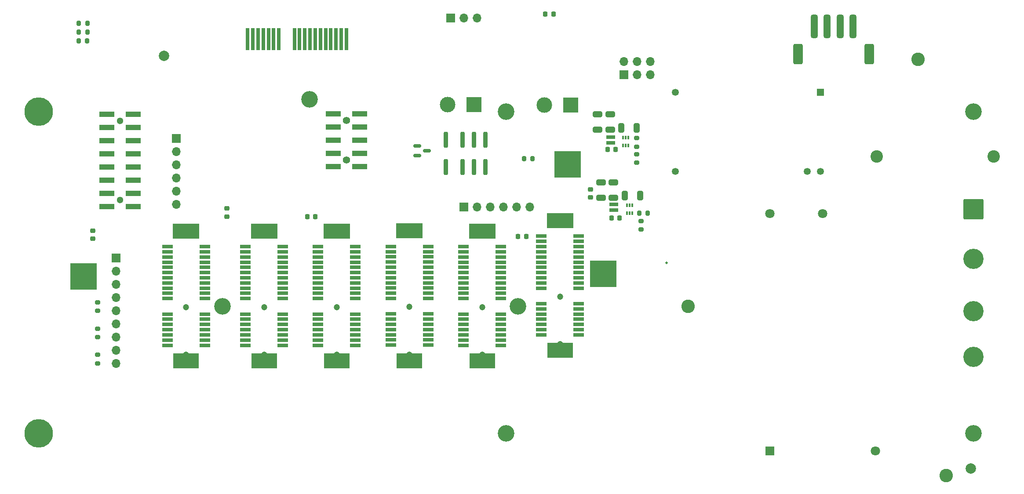
<source format=gbr>
%TF.GenerationSoftware,KiCad,Pcbnew,8.0.4*%
%TF.CreationDate,2024-09-18T10:43:36+01:00*%
%TF.ProjectId,Main_V44,4d61696e-5f56-4343-942e-6b696361645f,rev?*%
%TF.SameCoordinates,Original*%
%TF.FileFunction,Soldermask,Top*%
%TF.FilePolarity,Negative*%
%FSLAX46Y46*%
G04 Gerber Fmt 4.6, Leading zero omitted, Abs format (unit mm)*
G04 Created by KiCad (PCBNEW 8.0.4) date 2024-09-18 10:43:36*
%MOMM*%
%LPD*%
G01*
G04 APERTURE LIST*
G04 Aperture macros list*
%AMRoundRect*
0 Rectangle with rounded corners*
0 $1 Rounding radius*
0 $2 $3 $4 $5 $6 $7 $8 $9 X,Y pos of 4 corners*
0 Add a 4 corners polygon primitive as box body*
4,1,4,$2,$3,$4,$5,$6,$7,$8,$9,$2,$3,0*
0 Add four circle primitives for the rounded corners*
1,1,$1+$1,$2,$3*
1,1,$1+$1,$4,$5*
1,1,$1+$1,$6,$7*
1,1,$1+$1,$8,$9*
0 Add four rect primitives between the rounded corners*
20,1,$1+$1,$2,$3,$4,$5,0*
20,1,$1+$1,$4,$5,$6,$7,0*
20,1,$1+$1,$6,$7,$8,$9,0*
20,1,$1+$1,$8,$9,$2,$3,0*%
G04 Aperture macros list end*
%ADD10R,5.100000X5.100000*%
%ADD11RoundRect,0.225000X0.225000X0.250000X-0.225000X0.250000X-0.225000X-0.250000X0.225000X-0.250000X0*%
%ADD12RoundRect,0.250000X0.325000X0.650000X-0.325000X0.650000X-0.325000X-0.650000X0.325000X-0.650000X0*%
%ADD13R,3.000000X3.000000*%
%ADD14C,3.000000*%
%ADD15C,5.500000*%
%ADD16C,3.600000*%
%ADD17C,1.300000*%
%ADD18R,3.000000X1.000000*%
%ADD19C,1.200000*%
%ADD20R,2.000000X0.700000*%
%ADD21R,5.200000X3.000000*%
%ADD22R,5.000000X3.000000*%
%ADD23RoundRect,0.250000X0.650000X-0.325000X0.650000X0.325000X-0.650000X0.325000X-0.650000X-0.325000X0*%
%ADD24RoundRect,0.250002X-1.699998X-1.699998X1.699998X-1.699998X1.699998X1.699998X-1.699998X1.699998X0*%
%ADD25C,3.900000*%
%ADD26RoundRect,0.200000X0.275000X-0.200000X0.275000X0.200000X-0.275000X0.200000X-0.275000X-0.200000X0*%
%ADD27R,1.700000X1.700000*%
%ADD28O,1.700000X1.700000*%
%ADD29RoundRect,0.200000X-0.200000X-0.275000X0.200000X-0.275000X0.200000X0.275000X-0.200000X0.275000X0*%
%ADD30C,1.400000*%
%ADD31RoundRect,0.325000X-0.325000X-1.925000X0.325000X-1.925000X0.325000X1.925000X-0.325000X1.925000X0*%
%ADD32RoundRect,0.300001X-0.599999X-1.649999X0.599999X-1.649999X0.599999X1.649999X-0.599999X1.649999X0*%
%ADD33R,1.803400X0.711200*%
%ADD34RoundRect,0.225000X0.250000X-0.225000X0.250000X0.225000X-0.250000X0.225000X-0.250000X-0.225000X0*%
%ADD35C,2.600000*%
%ADD36C,3.200000*%
%ADD37RoundRect,0.200000X0.200000X-1.350000X0.200000X1.350000X-0.200000X1.350000X-0.200000X-1.350000X0*%
%ADD38C,2.400000*%
%ADD39C,2.000000*%
%ADD40R,0.340000X0.700000*%
%ADD41R,0.700000X4.300000*%
%ADD42C,0.500000*%
%ADD43RoundRect,0.225000X-0.250000X0.225000X-0.250000X-0.225000X0.250000X-0.225000X0.250000X0.225000X0*%
%ADD44RoundRect,0.200000X-0.275000X0.200000X-0.275000X-0.200000X0.275000X-0.200000X0.275000X0.200000X0*%
%ADD45RoundRect,0.225000X-0.225000X-0.250000X0.225000X-0.250000X0.225000X0.250000X-0.225000X0.250000X0*%
%ADD46R,1.350000X1.350000*%
%ADD47C,1.350000*%
%ADD48R,1.800000X1.800000*%
%ADD49C,1.800000*%
%ADD50RoundRect,0.150000X-0.587500X-0.150000X0.587500X-0.150000X0.587500X0.150000X-0.587500X0.150000X0*%
%ADD51RoundRect,0.200000X0.200000X0.275000X-0.200000X0.275000X-0.200000X-0.275000X0.200000X-0.275000X0*%
G04 APERTURE END LIST*
D10*
%TO.C,J30*%
X112699800Y-35255200D03*
%TD*%
D11*
%TO.C,C56*%
X57300000Y-24200000D03*
X55750000Y-24200000D03*
%TD*%
D12*
%TO.C,C2*%
X119788200Y-20193000D03*
X116838200Y-20193000D03*
%TD*%
D13*
%TO.C,J27*%
X87800000Y-2667000D03*
D14*
X82720000Y-2667000D03*
%TD*%
D15*
%TO.C,H1*%
X4000000Y-4000000D03*
D16*
X4000000Y-4000000D03*
%TD*%
D11*
%TO.C,C58*%
X97879200Y-28067000D03*
X96329200Y-28067000D03*
%TD*%
D17*
%TO.C,J2*%
X19675000Y-5765000D03*
X19675000Y-21005000D03*
D18*
X17155000Y-22275000D03*
X17155000Y-19735000D03*
X17155000Y-17195000D03*
X17155000Y-14655000D03*
X17155000Y-12115000D03*
X17155000Y-9575000D03*
X17155000Y-7035000D03*
X17155000Y-4495000D03*
X22195000Y-22275000D03*
X22195000Y-19735000D03*
X22195000Y-17195000D03*
X22195000Y-14655000D03*
X22195000Y-12115000D03*
X22195000Y-9575000D03*
X22195000Y-7035000D03*
X22195000Y-4495000D03*
%TD*%
D19*
%TO.C,U17*%
X61400000Y-50800000D03*
X61400000Y-41650000D03*
D20*
X65000000Y-30000000D03*
X65000000Y-31000000D03*
X65000000Y-32000000D03*
X65000000Y-33000000D03*
X65000000Y-34000000D03*
X65000000Y-35000000D03*
X65000000Y-36000000D03*
X65000000Y-37000000D03*
X65000000Y-38000000D03*
X65000000Y-39000000D03*
X65000000Y-40000000D03*
X65000000Y-43000000D03*
X65000000Y-44000000D03*
X65000000Y-45000000D03*
X65000000Y-46000000D03*
X65000000Y-47000000D03*
X65000000Y-48000000D03*
X65000000Y-49000000D03*
X57800000Y-30000000D03*
X57800000Y-31000000D03*
X57800000Y-32000000D03*
X57800000Y-33000000D03*
X57800000Y-34000000D03*
X57800000Y-35000000D03*
X57800000Y-36000000D03*
X57800000Y-37000000D03*
X57800000Y-38000000D03*
X57800000Y-39000000D03*
X57800000Y-40000000D03*
X57800000Y-43000000D03*
X57800000Y-44000000D03*
X57800000Y-45000000D03*
X57800000Y-46000000D03*
X57800000Y-47000000D03*
X57800000Y-48000000D03*
X57800000Y-49000000D03*
D21*
X61400000Y-27000000D03*
D22*
X61400000Y-52000000D03*
%TD*%
D23*
%TO.C,C13*%
X114071400Y-7444000D03*
X114071400Y-4494000D03*
%TD*%
D24*
%TO.C,J23*%
X184000000Y-22800000D03*
%TD*%
D25*
%TO.C,J26*%
X184000000Y-51260000D03*
%TD*%
D26*
%TO.C,R49*%
X15367000Y-42354000D03*
X15367000Y-40704000D03*
%TD*%
D10*
%TO.C,J29*%
X105867200Y-14147800D03*
%TD*%
D27*
%TO.C,J5*%
X116680000Y3085000D03*
D28*
X116680000Y5625000D03*
X119220000Y3085000D03*
X119220000Y5625000D03*
X121760000Y3085000D03*
X121760000Y5625000D03*
%TD*%
D29*
%TO.C,R47*%
X97445000Y-13080000D03*
X99095000Y-13080000D03*
%TD*%
D23*
%TO.C,C9*%
X114681000Y-20575800D03*
X114681000Y-17625800D03*
%TD*%
D30*
%TO.C,J3*%
X63275000Y-5715000D03*
X63275000Y-13335000D03*
D18*
X65795000Y-4445000D03*
X65795000Y-6985000D03*
X65795000Y-9525000D03*
X65795000Y-12065000D03*
X65795000Y-14605000D03*
X60755000Y-4445000D03*
X60755000Y-6985000D03*
X60755000Y-9525000D03*
X60755000Y-12065000D03*
X60755000Y-14605000D03*
%TD*%
D31*
%TO.C,J1*%
X153349000Y12400400D03*
X155849000Y12400400D03*
X158349000Y12400400D03*
X160849000Y12400400D03*
D32*
X150249000Y7050400D03*
X163949000Y7050400D03*
%TD*%
D33*
%TO.C,L2*%
X114122200Y-8928100D03*
X114122200Y-10020300D03*
%TD*%
D34*
%TO.C,C55*%
X40200000Y-24200000D03*
X40200000Y-22650000D03*
%TD*%
D19*
%TO.C,U15*%
X89400000Y-50800000D03*
X89400000Y-41650000D03*
D20*
X93000000Y-30000000D03*
X93000000Y-31000000D03*
X93000000Y-32000000D03*
X93000000Y-33000000D03*
X93000000Y-34000000D03*
X93000000Y-35000000D03*
X93000000Y-36000000D03*
X93000000Y-37000000D03*
X93000000Y-38000000D03*
X93000000Y-39000000D03*
X93000000Y-40000000D03*
X93000000Y-43000000D03*
X93000000Y-44000000D03*
X93000000Y-45000000D03*
X93000000Y-46000000D03*
X93000000Y-47000000D03*
X93000000Y-48000000D03*
X93000000Y-49000000D03*
X85800000Y-30000000D03*
X85800000Y-31000000D03*
X85800000Y-32000000D03*
X85800000Y-33000000D03*
X85800000Y-34000000D03*
X85800000Y-35000000D03*
X85800000Y-36000000D03*
X85800000Y-37000000D03*
X85800000Y-38000000D03*
X85800000Y-39000000D03*
X85800000Y-40000000D03*
X85800000Y-43000000D03*
X85800000Y-44000000D03*
X85800000Y-45000000D03*
X85800000Y-46000000D03*
X85800000Y-47000000D03*
X85800000Y-48000000D03*
X85800000Y-49000000D03*
D21*
X89400000Y-27000000D03*
D22*
X89400000Y-52000000D03*
%TD*%
D13*
%TO.C,J28*%
X106451400Y-2717800D03*
D14*
X101371400Y-2717800D03*
%TD*%
D23*
%TO.C,C8*%
X112318800Y-20601200D03*
X112318800Y-17651200D03*
%TD*%
D35*
%TO.C,H12*%
X178714400Y-74091800D03*
%TD*%
%TO.C,H8*%
X173355000Y6096000D03*
%TD*%
D11*
%TO.C,C51*%
X103111600Y14782800D03*
X101561600Y14782800D03*
%TD*%
D36*
%TO.C,H9*%
X56125000Y-1610000D03*
%TD*%
D37*
%TO.C,K1*%
X82407600Y-14689600D03*
X85607600Y-14689600D03*
X87807600Y-14689600D03*
X90007600Y-14689600D03*
X90007600Y-9389600D03*
X87807600Y-9389600D03*
X85607600Y-9389600D03*
X82407600Y-9389600D03*
%TD*%
D33*
%TO.C,L1*%
X114706400Y-21882100D03*
X114706400Y-22974300D03*
%TD*%
D36*
%TO.C,H4*%
X184000000Y-66000000D03*
%TD*%
D10*
%TO.C,J31*%
X12649200Y-35763200D03*
%TD*%
D26*
%TO.C,R50*%
X15367000Y-52488600D03*
X15367000Y-50838600D03*
%TD*%
D38*
%TO.C,C52*%
X187881600Y-12598400D03*
X165381600Y-12598400D03*
%TD*%
D39*
%TO.C,FID3*%
X183464200Y-72771000D03*
%TD*%
%TO.C,FID4*%
X28117800Y6756400D03*
%TD*%
D26*
%TO.C,R24*%
X119176800Y-10731000D03*
X119176800Y-9081000D03*
%TD*%
D40*
%TO.C,U1*%
X118279800Y-22059200D03*
X117779800Y-22059200D03*
X117279800Y-22059200D03*
X117279800Y-23559200D03*
X117779800Y-23559200D03*
X118279800Y-23559200D03*
%TD*%
D19*
%TO.C,U19*%
X32400000Y-41650000D03*
X32400000Y-50800000D03*
D20*
X36000000Y-30000000D03*
X36000000Y-31000000D03*
X36000000Y-32000000D03*
X36000000Y-33000000D03*
X36000000Y-34000000D03*
X36000000Y-35000000D03*
X36000000Y-36000000D03*
X36000000Y-37000000D03*
X36000000Y-38000000D03*
X36000000Y-39000000D03*
X36000000Y-40000000D03*
X36000000Y-43000000D03*
X36000000Y-44000000D03*
X36000000Y-45000000D03*
X36000000Y-46000000D03*
X36000000Y-47000000D03*
X36000000Y-48000000D03*
X36000000Y-49000000D03*
X28800000Y-30000000D03*
X28800000Y-31000000D03*
X28800000Y-32000000D03*
X28800000Y-33000000D03*
X28800000Y-34000000D03*
X28800000Y-35000000D03*
X28800000Y-36000000D03*
X28800000Y-37000000D03*
X28800000Y-38000000D03*
X28800000Y-39000000D03*
X28800000Y-40000000D03*
X28800000Y-43000000D03*
X28800000Y-44000000D03*
X28800000Y-45000000D03*
X28800000Y-46000000D03*
X28800000Y-47000000D03*
X28800000Y-48000000D03*
X28800000Y-49000000D03*
D21*
X32400000Y-27000000D03*
D22*
X32400000Y-52000000D03*
%TD*%
D41*
%TO.C,J7*%
X63250000Y10000000D03*
X62250000Y10000000D03*
X61250000Y10000000D03*
X60250000Y10000000D03*
X59250000Y10000000D03*
X58250000Y10000000D03*
X57250000Y10000000D03*
X56250000Y10000000D03*
X55250000Y10000000D03*
X54250000Y10000000D03*
X53250000Y10000000D03*
X50250000Y10000000D03*
X49250000Y10000000D03*
X48250000Y10000000D03*
X47250000Y10000000D03*
X46250000Y10000000D03*
X45250000Y10000000D03*
X44250000Y10000000D03*
%TD*%
D42*
%TO.C,TP1*%
X124866400Y-33147000D03*
%TD*%
D19*
%TO.C,U16*%
X75410000Y-50780000D03*
X75410000Y-41630000D03*
D20*
X79010000Y-29980000D03*
X79010000Y-30980000D03*
X79010000Y-31980000D03*
X79010000Y-32980000D03*
X79010000Y-33980000D03*
X79010000Y-34980000D03*
X79010000Y-35980000D03*
X79010000Y-36980000D03*
X79010000Y-37980000D03*
X79010000Y-38980000D03*
X79010000Y-39980000D03*
X79010000Y-42980000D03*
X79010000Y-43980000D03*
X79010000Y-44980000D03*
X79010000Y-45980000D03*
X79010000Y-46980000D03*
X79010000Y-47980000D03*
X79010000Y-48980000D03*
X71810000Y-29980000D03*
X71810000Y-30980000D03*
X71810000Y-31980000D03*
X71810000Y-32980000D03*
X71810000Y-33980000D03*
X71810000Y-34980000D03*
X71810000Y-35980000D03*
X71810000Y-36980000D03*
X71810000Y-37980000D03*
X71810000Y-38980000D03*
X71810000Y-39980000D03*
X71810000Y-42980000D03*
X71810000Y-43980000D03*
X71810000Y-44980000D03*
X71810000Y-45980000D03*
X71810000Y-46980000D03*
X71810000Y-47980000D03*
X71810000Y-48980000D03*
D21*
X75410000Y-26980000D03*
D22*
X75410000Y-51980000D03*
%TD*%
D43*
%TO.C,C57*%
X14450000Y-26950000D03*
X14450000Y-28500000D03*
%TD*%
D29*
%TO.C,R71*%
X11722600Y13004800D03*
X13372600Y13004800D03*
%TD*%
D23*
%TO.C,C14*%
X111582200Y-7444000D03*
X111582200Y-4494000D03*
%TD*%
D36*
%TO.C,H7*%
X96283000Y-41500200D03*
%TD*%
D29*
%TO.C,R72*%
X11722600Y11328400D03*
X13372600Y11328400D03*
%TD*%
D44*
%TO.C,R23*%
X119989600Y-25057600D03*
X119989600Y-26707600D03*
%TD*%
D19*
%TO.C,U18*%
X47400000Y-50800000D03*
X47400000Y-41650000D03*
D20*
X51000000Y-30000000D03*
X51000000Y-31000000D03*
X51000000Y-32000000D03*
X51000000Y-33000000D03*
X51000000Y-34000000D03*
X51000000Y-35000000D03*
X51000000Y-36000000D03*
X51000000Y-37000000D03*
X51000000Y-38000000D03*
X51000000Y-39000000D03*
X51000000Y-40000000D03*
X51000000Y-43000000D03*
X51000000Y-44000000D03*
X51000000Y-45000000D03*
X51000000Y-46000000D03*
X51000000Y-47000000D03*
X51000000Y-48000000D03*
X51000000Y-49000000D03*
X43800000Y-30000000D03*
X43800000Y-31000000D03*
X43800000Y-32000000D03*
X43800000Y-33000000D03*
X43800000Y-34000000D03*
X43800000Y-35000000D03*
X43800000Y-36000000D03*
X43800000Y-37000000D03*
X43800000Y-38000000D03*
X43800000Y-39000000D03*
X43800000Y-40000000D03*
X43800000Y-43000000D03*
X43800000Y-44000000D03*
X43800000Y-45000000D03*
X43800000Y-46000000D03*
X43800000Y-47000000D03*
X43800000Y-48000000D03*
X43800000Y-49000000D03*
D21*
X47400000Y-27000000D03*
D22*
X47400000Y-52000000D03*
%TD*%
D40*
%TO.C,U8*%
X117543200Y-9003600D03*
X117043200Y-9003600D03*
X116543200Y-9003600D03*
X116543200Y-10503600D03*
X117043200Y-10503600D03*
X117543200Y-10503600D03*
%TD*%
D45*
%TO.C,C3*%
X114312400Y-24485600D03*
X115862400Y-24485600D03*
%TD*%
D46*
%TO.C,PS2*%
X154510000Y-250000D03*
D47*
X126570000Y-250000D03*
X126570000Y-15490000D03*
X151970000Y-15490000D03*
X154510000Y-15490000D03*
%TD*%
D27*
%TO.C,J13*%
X85877000Y-22377800D03*
D28*
X88417000Y-22377800D03*
X90957000Y-22377800D03*
X93497000Y-22377800D03*
X96037000Y-22377800D03*
X98577000Y-22377800D03*
%TD*%
D16*
%TO.C,H6*%
X4000000Y-66000000D03*
D15*
X4000000Y-66000000D03*
%TD*%
D48*
%TO.C,PS1*%
X144830000Y-69327500D03*
D49*
X165150000Y-69327500D03*
X154990000Y-23607500D03*
X144830000Y-23607500D03*
%TD*%
D36*
%TO.C,H3*%
X94000000Y-4000000D03*
%TD*%
D26*
%TO.C,R25*%
X119176800Y-13829800D03*
X119176800Y-12179800D03*
%TD*%
D45*
%TO.C,C12*%
X113537400Y-11303000D03*
X115087400Y-11303000D03*
%TD*%
D25*
%TO.C,J24*%
X184000000Y-32400000D03*
%TD*%
D50*
%TO.C,Q1*%
X76913500Y-10607000D03*
X76913500Y-12507000D03*
X78788500Y-11557000D03*
%TD*%
D35*
%TO.C,H10*%
X129032000Y-41478200D03*
%TD*%
D34*
%TO.C,C5*%
X110261400Y-20536200D03*
X110261400Y-18986200D03*
%TD*%
D36*
%TO.C,H5*%
X94000000Y-66000000D03*
%TD*%
%TO.C,H2*%
X184000000Y-4000000D03*
%TD*%
D51*
%TO.C,R26*%
X121271800Y-23571200D03*
X119621800Y-23571200D03*
%TD*%
D36*
%TO.C,H11*%
X39411400Y-41500200D03*
%TD*%
D29*
%TO.C,R73*%
X11671800Y9601200D03*
X13321800Y9601200D03*
%TD*%
D26*
%TO.C,R48*%
X15367000Y-47434000D03*
X15367000Y-45784000D03*
%TD*%
D27*
%TO.C,J4*%
X30505400Y-9169400D03*
D28*
X30505400Y-11709400D03*
X30505400Y-14249400D03*
X30505400Y-16789400D03*
X30505400Y-19329400D03*
X30505400Y-21869400D03*
%TD*%
D25*
%TO.C,J25*%
X184000000Y-42400000D03*
%TD*%
D27*
%TO.C,J15*%
X18925000Y-32180000D03*
D28*
X18925000Y-34720000D03*
X18925000Y-37260000D03*
X18925000Y-39800000D03*
X18925000Y-42340000D03*
X18925000Y-44880000D03*
X18925000Y-47420000D03*
X18925000Y-49960000D03*
X18925000Y-52500000D03*
%TD*%
D19*
%TO.C,U14*%
X104400000Y-39650000D03*
X104400000Y-48800000D03*
D20*
X108000000Y-28000000D03*
X108000000Y-29000000D03*
X108000000Y-30000000D03*
X108000000Y-31000000D03*
X108000000Y-32000000D03*
X108000000Y-33000000D03*
X108000000Y-34000000D03*
X108000000Y-35000000D03*
X108000000Y-36000000D03*
X108000000Y-37000000D03*
X108000000Y-38000000D03*
X108000000Y-41000000D03*
X108000000Y-42000000D03*
X108000000Y-43000000D03*
X108000000Y-44000000D03*
X108000000Y-45000000D03*
X108000000Y-46000000D03*
X108000000Y-47000000D03*
X100800000Y-28000000D03*
X100800000Y-29000000D03*
X100800000Y-30000000D03*
X100800000Y-31000000D03*
X100800000Y-32000000D03*
X100800000Y-33000000D03*
X100800000Y-34000000D03*
X100800000Y-35000000D03*
X100800000Y-36000000D03*
X100800000Y-37000000D03*
X100800000Y-38000000D03*
X100800000Y-41000000D03*
X100800000Y-42000000D03*
X100800000Y-43000000D03*
X100800000Y-44000000D03*
X100800000Y-45000000D03*
X100800000Y-46000000D03*
X100800000Y-47000000D03*
D21*
X104400000Y-25000000D03*
D22*
X104400000Y-50000000D03*
%TD*%
D12*
%TO.C,C11*%
X119127800Y-7112000D03*
X116177800Y-7112000D03*
%TD*%
D27*
%TO.C,J21*%
X83352400Y14071600D03*
D28*
X85892400Y14071600D03*
X88432400Y14071600D03*
%TD*%
M02*

</source>
